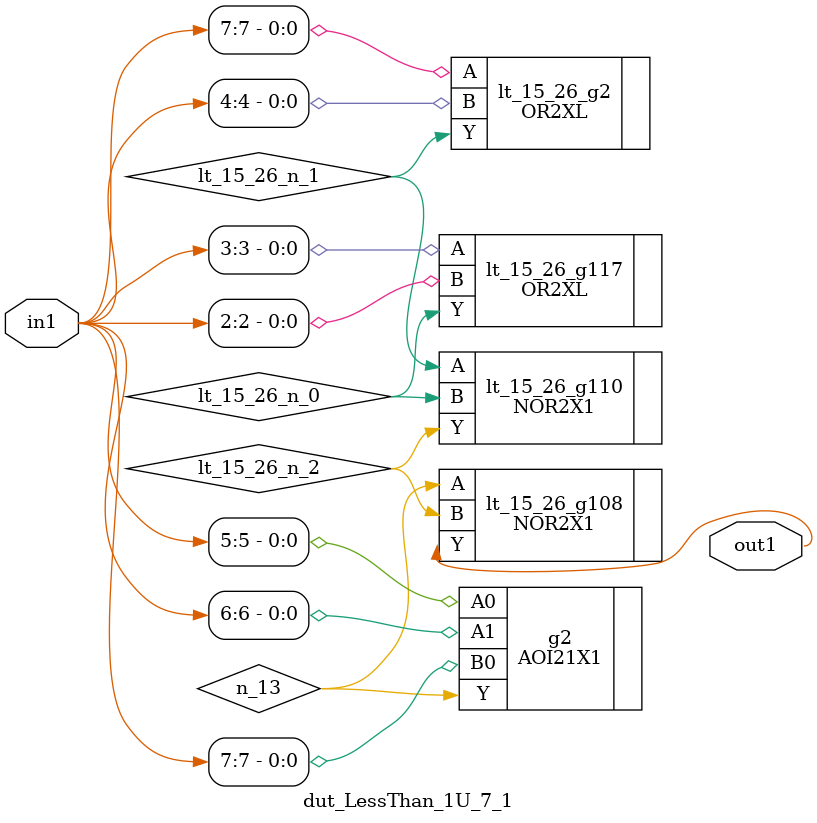
<source format=v>
`timescale 1ps / 1ps


module dut_LessThan_1U_7_1(in1, out1);
  input [7:0] in1;
  output out1;
  wire [7:0] in1;
  wire out1;
  wire lt_15_26_n_0, lt_15_26_n_1, lt_15_26_n_2, n_13;
  NOR2X1 lt_15_26_g108(.A (n_13), .B (lt_15_26_n_2), .Y (out1));
  NOR2X1 lt_15_26_g110(.A (lt_15_26_n_1), .B (lt_15_26_n_0), .Y
       (lt_15_26_n_2));
  OR2XL lt_15_26_g2(.A (in1[7]), .B (in1[4]), .Y (lt_15_26_n_1));
  OR2XL lt_15_26_g117(.A (in1[3]), .B (in1[2]), .Y (lt_15_26_n_0));
  AOI21X1 g2(.A0 (in1[5]), .A1 (in1[6]), .B0 (in1[7]), .Y (n_13));
endmodule



</source>
